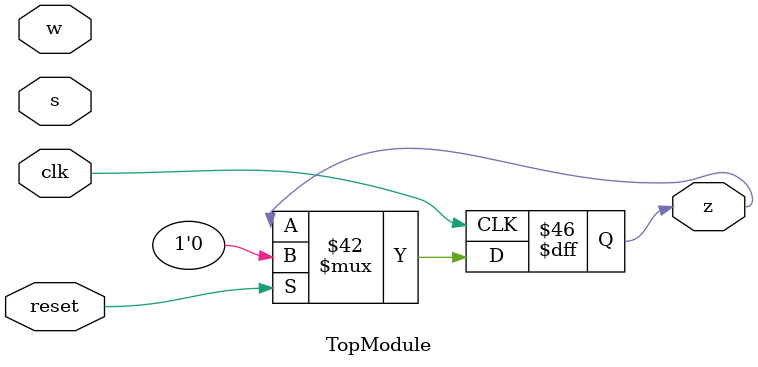
<source format=sv>

module TopModule (
  input wire clk,
  input wire reset,
  input wire s,
  input wire w,
  output reg z
);

reg [1:0] state; // FSM state register
reg counter; // Counter for counting the number of 'w' pulses in three consecutive clock cycles

always @(posedge clk) begin
    if (reset) begin
        state <= 0; // Reset to state A
        z <= 0; // Reset output z to 0
    end else if (state == 1 && s == 1) begin
        state <= 2; // Transition to state B
        counter <= w; // Start counting the number of 'w' pulses
    end else if (state == 2) begin
        counter <= counter << 1 | w; // Shift and add the current value of w to the counter
        if (counter == 4'b1010) begin // Check if exactly two 'w' pulses were detected
            z <= ~z; // Toggle output z
        end
        state <= 2; // Stay in state B for the next three clock cycles
    end
end

always @(posedge clk) begin
    if (state == 3) begin
        counter <= counter << 1; // Reset the counter and move to the next state
        state <= state + 1;
    end
end

endmodule

// VERILOG-EVAL: errant inclusion of module definition

</source>
